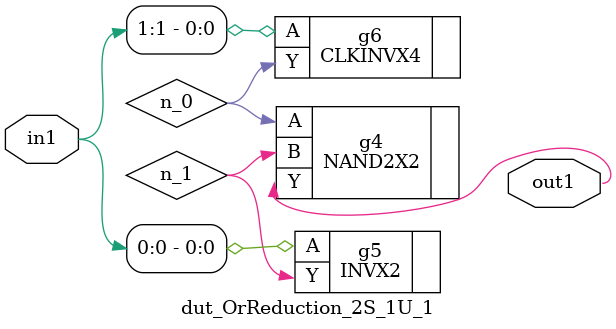
<source format=v>
`timescale 1ps / 1ps


module dut_OrReduction_2S_1U_1(in1, out1);
  input [1:0] in1;
  output out1;
  wire [1:0] in1;
  wire out1;
  wire n_0, n_1;
  NAND2X2 g4(.A (n_0), .B (n_1), .Y (out1));
  INVX2 g5(.A (in1[0]), .Y (n_1));
  CLKINVX4 g6(.A (in1[1]), .Y (n_0));
endmodule


</source>
